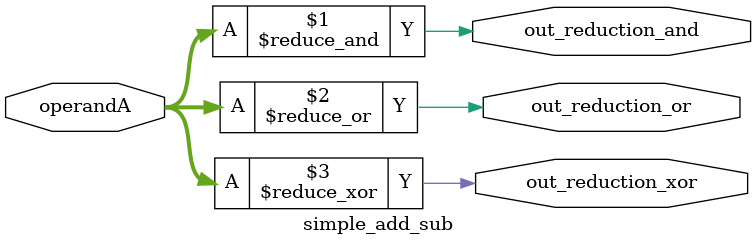
<source format=sv>
module simple_add_sub (
  input  [7:0] operandA, // два входных 8-ми битных операнда
  output       out_reduction_and, out_reduction_or, out_reduction_xor
);
  // Операции выполняются между битами внутри одной шины
  assign out_reduction_and = &operandA; // &8'b0011_1101 = 1'b0
  assign out_reduction_or  = |operandA; // |8'b0011_1101 = 1'b1
  assign out_reduction_xor = ^operandA; // ^8'b0011_1101 = 1'b1
endmodule

</source>
